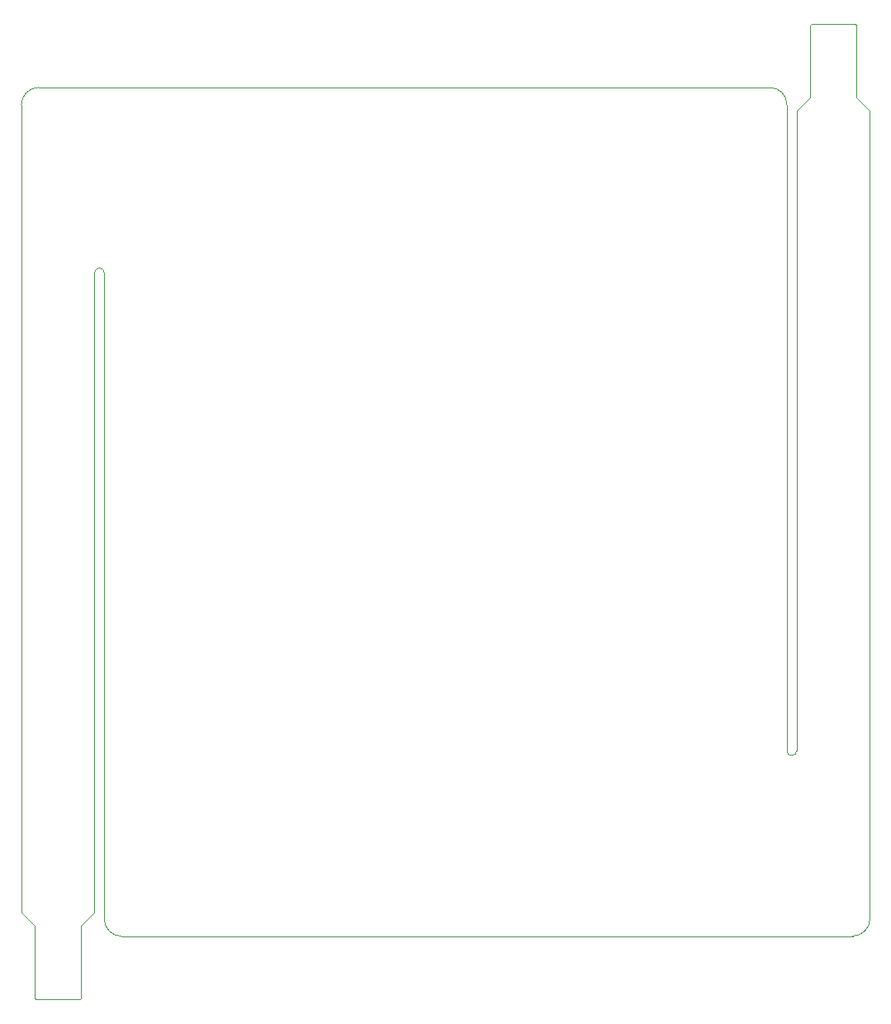
<source format=gbr>
%TF.GenerationSoftware,Altium Limited,Altium Designer,23.9.2 (47)*%
G04 Layer_Color=0*
%FSLAX25Y25*%
%MOIN*%
%TF.SameCoordinates,C1B3935E-4126-4279-B8D9-91AEC20F268D*%
%TF.FilePolarity,Positive*%
%TF.FileFunction,Profile,NP*%
%TF.Part,Single*%
G01*
G75*
%TA.AperFunction,Profile*%
%ADD70C,0.00100*%
D70*
X-145670Y-177165D02*
X-127953D01*
X-127362Y-176575D01*
Y-147441D01*
X-122047Y-142126D01*
X-122047Y-118110D01*
X-122047Y116142D01*
D02*
G02*
X-120079Y118110I1969J-0D01*
G01*
D02*
G02*
X-118110Y116142I0J-1969D01*
G01*
X-118110Y-144675D01*
D02*
G03*
X-111210Y-151575I6900J0D01*
G01*
X184045D01*
D02*
G03*
X190945Y-144675I0J6900D01*
G01*
Y181496D01*
X185630Y186811D01*
X185630Y215945D01*
X185039Y216535D01*
X167323Y216535D01*
X166732Y215945D01*
X166732Y186811D01*
X161417Y181496D01*
X161417Y-76772D01*
D02*
G02*
X159449Y-78740I-1969J0D01*
G01*
D02*
G02*
X157480Y-76772I0J1969D01*
G01*
X157480Y184045D01*
D02*
G03*
X150580Y190945I-6900J-0D01*
G01*
X-144675D01*
D02*
G03*
X-151575Y184045I0J-6900D01*
G01*
Y118110D01*
X-151575Y-142126D01*
X-146260Y-147441D01*
X-146260Y-176575D01*
X-145670Y-177165D01*
%TF.MD5,cb0c3859d6422ca02cce695b56beb711*%
M02*

</source>
